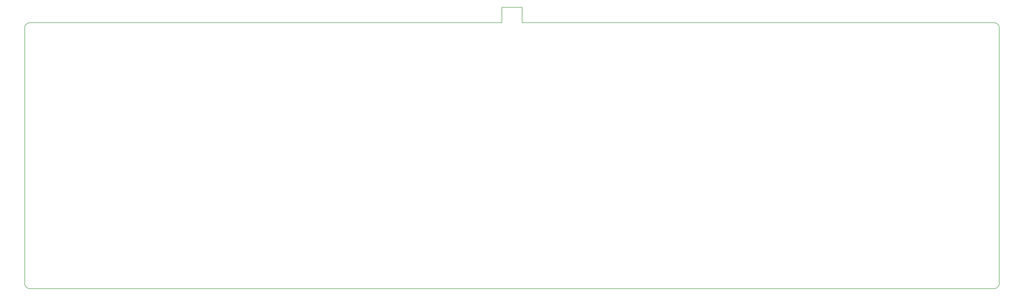
<source format=gbr>
G04 #@! TF.GenerationSoftware,KiCad,Pcbnew,(5.0.0)*
G04 #@! TF.CreationDate,2018-12-15T19:12:10+01:00*
G04 #@! TF.ProjectId,cypher,6379706865722E6B696361645F706362,rev?*
G04 #@! TF.SameCoordinates,Original*
G04 #@! TF.FileFunction,Profile,NP*
%FSLAX46Y46*%
G04 Gerber Fmt 4.6, Leading zero omitted, Abs format (unit mm)*
G04 Created by KiCad (PCBNEW (5.0.0)) date 12/15/18 19:12:10*
%MOMM*%
%LPD*%
G01*
G04 APERTURE LIST*
%ADD10C,0.200000*%
G04 APERTURE END LIST*
D10*
X396248349Y-96695303D02*
G75*
G02X398248349Y-98695303I0J-2000000D01*
G01*
X28098434Y-195857377D02*
X28098434Y-98695303D01*
X398248349Y-98695303D02*
X398248349Y-195857377D01*
X398248349Y-195857377D02*
G75*
G02X396248349Y-197857377I-2000000J0D01*
G01*
X30098434Y-197857377D02*
G75*
G02X28098434Y-195857377I0J2000000D01*
G01*
X30098434Y-96695303D02*
X209323434Y-96695303D01*
X217023434Y-90800303D02*
X217023434Y-96695303D01*
X209323434Y-90800303D02*
X217023434Y-90800303D01*
X217023434Y-96695303D02*
X396248349Y-96695303D01*
X28098434Y-98695303D02*
G75*
G02X30098434Y-96695303I2000000J0D01*
G01*
X209323434Y-96695303D02*
X209323434Y-90800303D01*
X396248349Y-197857377D02*
X30098434Y-197857377D01*
M02*

</source>
